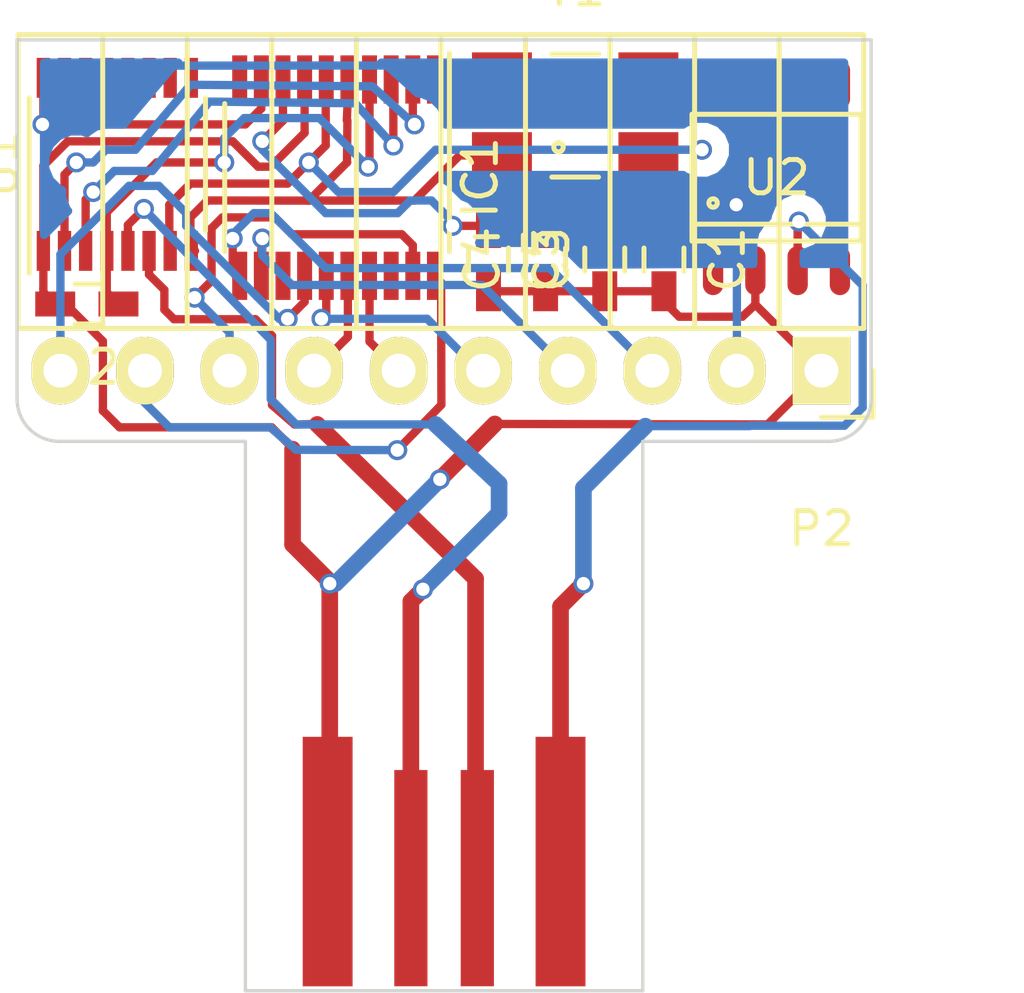
<source format=kicad_pcb>
(kicad_pcb (version 4) (host pcbnew "(2015-04-09 BZR 5589)-product")

  (general
    (links 35)
    (no_connects 0)
    (area 132.537999 99.009999 158.292001 127.685001)
    (thickness 1.6)
    (drawings 10)
    (tracks 282)
    (zones 0)
    (modules 11)
    (nets 20)
  )

  (page A4)
  (layers
    (0 F.Cu signal)
    (31 B.Cu signal)
    (32 B.Adhes user)
    (33 F.Adhes user)
    (34 B.Paste user)
    (35 F.Paste user)
    (36 B.SilkS user)
    (37 F.SilkS user hide)
    (38 B.Mask user)
    (39 F.Mask user)
    (40 Dwgs.User user)
    (41 Cmts.User user hide)
    (42 Eco1.User user)
    (43 Eco2.User user)
    (44 Edge.Cuts user)
    (45 Margin user)
    (46 B.CrtYd user)
    (47 F.CrtYd user)
    (48 B.Fab user)
    (49 F.Fab user)
  )

  (setup
    (last_trace_width 0.25)
    (user_trace_width 0.25)
    (user_trace_width 0.5)
    (trace_clearance 0.2)
    (zone_clearance 0.508)
    (zone_45_only no)
    (trace_min 0.2)
    (segment_width 0.2)
    (edge_width 0.1)
    (via_size 0.6)
    (via_drill 0.4)
    (via_min_size 0.4)
    (via_min_drill 0.3)
    (uvia_size 0.3)
    (uvia_drill 0.1)
    (uvias_allowed no)
    (uvia_min_size 0.2)
    (uvia_min_drill 0.1)
    (pcb_text_width 0.3)
    (pcb_text_size 1.5 1.5)
    (mod_edge_width 0.15)
    (mod_text_size 1 1)
    (mod_text_width 0.15)
    (pad_size 1.5 1.5)
    (pad_drill 0.6)
    (pad_to_mask_clearance 0)
    (aux_axis_origin 0 0)
    (visible_elements FFFFEF1F)
    (pcbplotparams
      (layerselection 0x00030_80000001)
      (usegerberextensions false)
      (excludeedgelayer true)
      (linewidth 0.100000)
      (plotframeref false)
      (viasonmask false)
      (mode 1)
      (useauxorigin false)
      (hpglpennumber 1)
      (hpglpenspeed 20)
      (hpglpendiameter 15)
      (hpglpenoverlay 2)
      (psnegative false)
      (psa4output false)
      (plotreference true)
      (plotvalue true)
      (plotinvisibletext false)
      (padsonsilk false)
      (subtractmaskfromsilk false)
      (outputformat 1)
      (mirror false)
      (drillshape 1)
      (scaleselection 1)
      (outputdirectory ""))
  )

  (net 0 "")
  (net 1 GND)
  (net 2 "Net-(C2-Pad1)")
  (net 3 "Net-(C3-Pad1)")
  (net 4 XO)
  (net 5 XI)
  (net 6 USB_TX)
  (net 7 USB_RX)
  (net 8 VCC)
  (net 9 SDA)
  (net 10 SCL)
  (net 11 SCK)
  (net 12 MOSI)
  (net 13 MISO)
  (net 14 G3)
  (net 15 TXD)
  (net 16 RXD)
  (net 17 +5V)
  (net 18 D+)
  (net 19 D-)

  (net_class Default "This is the default net class."
    (clearance 0.2)
    (trace_width 0.25)
    (via_dia 0.6)
    (via_drill 0.4)
    (uvia_dia 0.3)
    (uvia_drill 0.1)
    (add_net +5V)
    (add_net D+)
    (add_net D-)
    (add_net G3)
    (add_net GND)
    (add_net MISO)
    (add_net MOSI)
    (add_net "Net-(C2-Pad1)")
    (add_net "Net-(C3-Pad1)")
    (add_net RXD)
    (add_net SCK)
    (add_net SCL)
    (add_net SDA)
    (add_net TXD)
    (add_net USB_RX)
    (add_net USB_TX)
    (add_net VCC)
    (add_net XI)
    (add_net XO)
  )

  (net_class Wide ""
    (clearance 0.2)
    (trace_width 0.5)
    (via_dia 0.6)
    (via_drill 0.4)
    (uvia_dia 0.3)
    (uvia_drill 0.1)
  )

  (module Housings_SSOP:TSSOP-20_4.4x6.5mm_Pitch0.65mm (layer F.Cu) (tedit 54130A77) (tstamp 557FC695)
    (at 142.2 103.2 270)
    (descr "20-Lead Plastic Thin Shrink Small Outline (ST)-4.4 mm Body [TSSOP] (see Microchip Packaging Specification 00000049BS.pdf)")
    (tags "SSOP 0.65")
    (path /557FA4E7)
    (attr smd)
    (fp_text reference IC1 (at 0 -4.3 270) (layer F.SilkS)
      (effects (font (size 1 1) (thickness 0.15)))
    )
    (fp_text value STM8S003F3P (at 0 4.3 270) (layer F.Fab)
      (effects (font (size 1 1) (thickness 0.15)))
    )
    (fp_line (start -3.95 -3.55) (end -3.95 3.55) (layer F.CrtYd) (width 0.05))
    (fp_line (start 3.95 -3.55) (end 3.95 3.55) (layer F.CrtYd) (width 0.05))
    (fp_line (start -3.95 -3.55) (end 3.95 -3.55) (layer F.CrtYd) (width 0.05))
    (fp_line (start -3.95 3.55) (end 3.95 3.55) (layer F.CrtYd) (width 0.05))
    (fp_line (start -2.225 3.375) (end 2.225 3.375) (layer F.SilkS) (width 0.15))
    (fp_line (start -3.75 -3.375) (end 2.225 -3.375) (layer F.SilkS) (width 0.15))
    (pad 1 smd rect (at -2.95 -2.925 270) (size 1.45 0.45) (layers F.Cu F.Paste F.Mask))
    (pad 2 smd rect (at -2.95 -2.275 270) (size 1.45 0.45) (layers F.Cu F.Paste F.Mask)
      (net 6 USB_TX))
    (pad 3 smd rect (at -2.95 -1.625 270) (size 1.45 0.45) (layers F.Cu F.Paste F.Mask)
      (net 7 USB_RX))
    (pad 4 smd rect (at -2.95 -0.975 270) (size 1.45 0.45) (layers F.Cu F.Paste F.Mask)
      (net 2 "Net-(C2-Pad1)"))
    (pad 5 smd rect (at -2.95 -0.325 270) (size 1.45 0.45) (layers F.Cu F.Paste F.Mask)
      (net 4 XO))
    (pad 6 smd rect (at -2.95 0.325 270) (size 1.45 0.45) (layers F.Cu F.Paste F.Mask)
      (net 5 XI))
    (pad 7 smd rect (at -2.95 0.975 270) (size 1.45 0.45) (layers F.Cu F.Paste F.Mask)
      (net 1 GND))
    (pad 8 smd rect (at -2.95 1.625 270) (size 1.45 0.45) (layers F.Cu F.Paste F.Mask)
      (net 3 "Net-(C3-Pad1)"))
    (pad 9 smd rect (at -2.95 2.275 270) (size 1.45 0.45) (layers F.Cu F.Paste F.Mask)
      (net 8 VCC))
    (pad 10 smd rect (at -2.95 2.925 270) (size 1.45 0.45) (layers F.Cu F.Paste F.Mask))
    (pad 11 smd rect (at 2.95 2.925 270) (size 1.45 0.45) (layers F.Cu F.Paste F.Mask)
      (net 9 SDA))
    (pad 12 smd rect (at 2.95 2.275 270) (size 1.45 0.45) (layers F.Cu F.Paste F.Mask)
      (net 10 SCL))
    (pad 13 smd rect (at 2.95 1.625 270) (size 1.45 0.45) (layers F.Cu F.Paste F.Mask))
    (pad 14 smd rect (at 2.95 0.975 270) (size 1.45 0.45) (layers F.Cu F.Paste F.Mask)
      (net 14 G3))
    (pad 15 smd rect (at 2.95 0.325 270) (size 1.45 0.45) (layers F.Cu F.Paste F.Mask)
      (net 11 SCK))
    (pad 16 smd rect (at 2.95 -0.325 270) (size 1.45 0.45) (layers F.Cu F.Paste F.Mask)
      (net 12 MOSI))
    (pad 17 smd rect (at 2.95 -0.975 270) (size 1.45 0.45) (layers F.Cu F.Paste F.Mask)
      (net 13 MISO))
    (pad 18 smd rect (at 2.95 -1.625 270) (size 1.45 0.45) (layers F.Cu F.Paste F.Mask))
    (pad 19 smd rect (at 2.95 -2.275 270) (size 1.45 0.45) (layers F.Cu F.Paste F.Mask)
      (net 15 TXD))
    (pad 20 smd rect (at 2.95 -2.925 270) (size 1.45 0.45) (layers F.Cu F.Paste F.Mask)
      (net 16 RXD))
    (model Housings_SSOP.3dshapes/TSSOP-20_4.4x6.5mm_Pitch0.65mm.wrl
      (at (xyz 0 0 0))
      (scale (xyz 1 1 1))
      (rotate (xyz 0 0 0))
    )
  )

  (module Housings_SSOP:SSOP-16_3.9x4.9mm_Pitch0.635mm (layer F.Cu) (tedit 54130A77) (tstamp 557FC6A9)
    (at 135.6 102.8 90)
    (descr "SSOP16: plastic shrink small outline package; 16 leads; body width 3.9 mm; lead pitch 0.635; (see NXP SSOP-TSSOP-VSO-REFLOW.pdf and sot519-1_po.pdf)")
    (tags "SSOP 0.635")
    (path /557FBDB4)
    (attr smd)
    (fp_text reference U1 (at 0 -3.5 90) (layer F.SilkS)
      (effects (font (size 1 1) (thickness 0.15)))
    )
    (fp_text value CH340G (at 0 3.5 90) (layer F.Fab)
      (effects (font (size 1 1) (thickness 0.15)))
    )
    (fp_line (start -3.45 -2.75) (end -3.45 2.75) (layer F.CrtYd) (width 0.05))
    (fp_line (start 3.45 -2.75) (end 3.45 2.75) (layer F.CrtYd) (width 0.05))
    (fp_line (start -3.45 -2.75) (end 3.45 -2.75) (layer F.CrtYd) (width 0.05))
    (fp_line (start -3.45 2.75) (end 3.45 2.75) (layer F.CrtYd) (width 0.05))
    (fp_line (start -2 2.6475) (end 2 2.6475) (layer F.SilkS) (width 0.15))
    (fp_line (start -3.275 -2.6475) (end 2 -2.6475) (layer F.SilkS) (width 0.15))
    (pad 1 smd rect (at -2.6 -2.2225 90) (size 1.2 0.4) (layers F.Cu F.Paste F.Mask)
      (net 1 GND))
    (pad 2 smd rect (at -2.6 -1.5875 90) (size 1.2 0.4) (layers F.Cu F.Paste F.Mask)
      (net 6 USB_TX))
    (pad 3 smd rect (at -2.6 -0.9525 90) (size 1.2 0.4) (layers F.Cu F.Paste F.Mask)
      (net 7 USB_RX))
    (pad 4 smd rect (at -2.6 -0.3175 90) (size 1.2 0.4) (layers F.Cu F.Paste F.Mask)
      (net 2 "Net-(C2-Pad1)"))
    (pad 5 smd rect (at -2.6 0.3175 90) (size 1.2 0.4) (layers F.Cu F.Paste F.Mask)
      (net 18 D+))
    (pad 6 smd rect (at -2.6 0.9525 90) (size 1.2 0.4) (layers F.Cu F.Paste F.Mask)
      (net 19 D-))
    (pad 7 smd rect (at -2.6 1.5875 90) (size 1.2 0.4) (layers F.Cu F.Paste F.Mask)
      (net 5 XI))
    (pad 8 smd rect (at -2.6 2.2225 90) (size 1.2 0.4) (layers F.Cu F.Paste F.Mask)
      (net 4 XO))
    (pad 9 smd rect (at 2.6 2.2225 90) (size 1.2 0.4) (layers F.Cu F.Paste F.Mask))
    (pad 10 smd rect (at 2.6 1.5875 90) (size 1.2 0.4) (layers F.Cu F.Paste F.Mask))
    (pad 11 smd rect (at 2.6 0.9525 90) (size 1.2 0.4) (layers F.Cu F.Paste F.Mask))
    (pad 12 smd rect (at 2.6 0.3175 90) (size 1.2 0.4) (layers F.Cu F.Paste F.Mask))
    (pad 13 smd rect (at 2.6 -0.3175 90) (size 1.2 0.4) (layers F.Cu F.Paste F.Mask))
    (pad 14 smd rect (at 2.6 -0.9525 90) (size 1.2 0.4) (layers F.Cu F.Paste F.Mask))
    (pad 15 smd rect (at 2.6 -1.5875 90) (size 1.2 0.4) (layers F.Cu F.Paste F.Mask))
    (pad 16 smd rect (at 2.6 -2.2225 90) (size 1.2 0.4) (layers F.Cu F.Paste F.Mask)
      (net 8 VCC))
    (model Housings_SSOP.3dshapes/SSOP-16_3.9x4.9mm_Pitch0.635mm.wrl
      (at (xyz 0 0 0))
      (scale (xyz 1 1 1))
      (rotate (xyz 0 0 0))
    )
  )

  (module Crystals:Crystal_SMD_0603_4Pads (layer F.Cu) (tedit 0) (tstamp 557FC6B1)
    (at 149.352 101.3333)
    (descr "Crystal, Quarz, SMD, 0603, 4 Pads,")
    (tags "Crystal, Quarz, SMD, 0603, 4 Pads,")
    (path /557FB4E7)
    (attr smd)
    (fp_text reference Y1 (at 0 -3.81) (layer F.SilkS)
      (effects (font (size 1 1) (thickness 0.15)))
    )
    (fp_text value Crystal (at 0 3.81) (layer F.Fab)
      (effects (font (size 1 1) (thickness 0.15)))
    )
    (fp_circle (center 0 0) (end 0.50038 0) (layer F.Adhes) (width 0.381))
    (fp_circle (center 0 0) (end 0.14986 0) (layer F.Adhes) (width 0.381))
    (fp_circle (center -0.50038 0.94996) (end -0.39878 1.04902) (layer F.SilkS) (width 0.15))
    (fp_line (start 0.70104 1.84912) (end -0.70104 1.84912) (layer F.SilkS) (width 0.15))
    (fp_line (start -0.70104 -1.84912) (end 0.70104 -1.84912) (layer F.SilkS) (width 0.15))
    (pad 1 smd rect (at -2.19964 1.19888) (size 1.80086 1.39954) (layers F.Cu F.Paste F.Mask)
      (net 4 XO))
    (pad 2 smd rect (at 2.19964 1.19888) (size 1.80086 1.39954) (layers F.Cu F.Paste F.Mask)
      (net 5 XI))
    (pad 3 smd rect (at 2.19964 -1.19888) (size 1.80086 1.39954) (layers F.Cu F.Paste F.Mask))
    (pad 4 smd rect (at -2.19964 -1.19888) (size 1.80086 1.39954) (layers F.Cu F.Paste F.Mask))
  )

  (module Power_Integrations:SO-8 (layer F.Cu) (tedit 0) (tstamp 557FC761)
    (at 155.4 103.2)
    (descr "SO-8 Surface Mount Small Outline 150mil 8pin Package")
    (tags "Power Integrations D Package")
    (path /557FCB91)
    (fp_text reference U2 (at 0 0) (layer F.SilkS)
      (effects (font (size 1 1) (thickness 0.15)))
    )
    (fp_text value LM2931AZ-3.3/5.0 (at 0 0) (layer F.Fab)
      (effects (font (size 1 1) (thickness 0.15)))
    )
    (fp_circle (center -1.905 0.762) (end -1.778 0.762) (layer F.SilkS) (width 0.15))
    (fp_line (start -2.54 1.397) (end 2.54 1.397) (layer F.SilkS) (width 0.15))
    (fp_line (start -2.54 -1.905) (end 2.54 -1.905) (layer F.SilkS) (width 0.15))
    (fp_line (start -2.54 1.905) (end 2.54 1.905) (layer F.SilkS) (width 0.15))
    (fp_line (start -2.54 1.905) (end -2.54 -1.905) (layer F.SilkS) (width 0.15))
    (fp_line (start 2.54 1.905) (end 2.54 -1.905) (layer F.SilkS) (width 0.15))
    (pad 1 smd oval (at -1.905 2.794) (size 0.6096 1.4732) (layers F.Cu F.Paste F.Mask)
      (net 8 VCC))
    (pad 2 smd oval (at -0.635 2.794) (size 0.6096 1.4732) (layers F.Cu F.Paste F.Mask)
      (net 1 GND))
    (pad 3 smd oval (at 0.635 2.794) (size 0.6096 1.4732) (layers F.Cu F.Paste F.Mask)
      (net 17 +5V))
    (pad 4 smd oval (at 1.905 2.794) (size 0.6096 1.4732) (layers F.Cu F.Paste F.Mask))
    (pad 5 smd oval (at 1.905 -2.794) (size 0.6096 1.4732) (layers F.Cu F.Paste F.Mask))
    (pad 6 smd oval (at 0.635 -2.794) (size 0.6096 1.4732) (layers F.Cu F.Paste F.Mask))
    (pad 7 smd oval (at -0.635 -2.794) (size 0.6096 1.4732) (layers F.Cu F.Paste F.Mask))
    (pad 8 smd oval (at -1.905 -2.794) (size 0.6096 1.4732) (layers F.Cu F.Paste F.Mask))
  )

  (module Socket_Strips:Socket_Strip_Angled_1x10 (layer F.Cu) (tedit 0) (tstamp 557FCB79)
    (at 156.75 109 180)
    (descr "Through hole socket strip")
    (tags "socket strip")
    (path /557FD61A)
    (fp_text reference P2 (at 0 -4.75 180) (layer F.SilkS)
      (effects (font (size 1 1) (thickness 0.15)))
    )
    (fp_text value CONN_01X10 (at 0 -2.75 180) (layer F.Fab)
      (effects (font (size 1 1) (thickness 0.15)))
    )
    (fp_line (start -1.75 -1.5) (end -1.75 10.6) (layer F.CrtYd) (width 0.05))
    (fp_line (start 24.65 -1.5) (end 24.65 10.6) (layer F.CrtYd) (width 0.05))
    (fp_line (start -1.75 -1.5) (end 24.65 -1.5) (layer F.CrtYd) (width 0.05))
    (fp_line (start -1.75 10.6) (end 24.65 10.6) (layer F.CrtYd) (width 0.05))
    (fp_line (start 16.51 10.1) (end 16.51 1.27) (layer F.SilkS) (width 0.15))
    (fp_line (start 13.97 10.1) (end 16.51 10.1) (layer F.SilkS) (width 0.15))
    (fp_line (start 13.97 1.27) (end 16.51 1.27) (layer F.SilkS) (width 0.15))
    (fp_line (start 16.51 1.27) (end 19.05 1.27) (layer F.SilkS) (width 0.15))
    (fp_line (start 16.51 10.1) (end 19.05 10.1) (layer F.SilkS) (width 0.15))
    (fp_line (start 19.05 10.1) (end 19.05 1.27) (layer F.SilkS) (width 0.15))
    (fp_line (start 21.59 10.1) (end 21.59 1.27) (layer F.SilkS) (width 0.15))
    (fp_line (start 19.05 10.1) (end 21.59 10.1) (layer F.SilkS) (width 0.15))
    (fp_line (start 19.05 1.27) (end 21.59 1.27) (layer F.SilkS) (width 0.15))
    (fp_line (start 21.59 1.27) (end 24.13 1.27) (layer F.SilkS) (width 0.15))
    (fp_line (start 21.59 10.1) (end 24.13 10.1) (layer F.SilkS) (width 0.15))
    (fp_line (start 24.13 10.1) (end 24.13 1.27) (layer F.SilkS) (width 0.15))
    (fp_line (start 13.97 10.1) (end 13.97 1.27) (layer F.SilkS) (width 0.15))
    (fp_line (start 11.43 10.1) (end 13.97 10.1) (layer F.SilkS) (width 0.15))
    (fp_line (start 11.43 1.27) (end 13.97 1.27) (layer F.SilkS) (width 0.15))
    (fp_line (start 8.89 1.27) (end 11.43 1.27) (layer F.SilkS) (width 0.15))
    (fp_line (start 8.89 10.1) (end 11.43 10.1) (layer F.SilkS) (width 0.15))
    (fp_line (start 11.43 10.1) (end 11.43 1.27) (layer F.SilkS) (width 0.15))
    (fp_line (start 8.89 10.1) (end 8.89 1.27) (layer F.SilkS) (width 0.15))
    (fp_line (start 6.35 10.1) (end 8.89 10.1) (layer F.SilkS) (width 0.15))
    (fp_line (start 6.35 1.27) (end 8.89 1.27) (layer F.SilkS) (width 0.15))
    (fp_line (start 3.81 1.27) (end 6.35 1.27) (layer F.SilkS) (width 0.15))
    (fp_line (start 3.81 10.1) (end 6.35 10.1) (layer F.SilkS) (width 0.15))
    (fp_line (start 6.35 10.1) (end 6.35 1.27) (layer F.SilkS) (width 0.15))
    (fp_line (start 3.81 10.1) (end 3.81 1.27) (layer F.SilkS) (width 0.15))
    (fp_line (start 1.27 10.1) (end 3.81 10.1) (layer F.SilkS) (width 0.15))
    (fp_line (start 1.27 1.27) (end 1.27 10.1) (layer F.SilkS) (width 0.15))
    (fp_line (start 1.27 1.27) (end 3.81 1.27) (layer F.SilkS) (width 0.15))
    (fp_line (start -1.27 1.27) (end 1.27 1.27) (layer F.SilkS) (width 0.15))
    (fp_line (start 0 -1.4) (end -1.55 -1.4) (layer F.SilkS) (width 0.15))
    (fp_line (start -1.55 -1.4) (end -1.55 0) (layer F.SilkS) (width 0.15))
    (fp_line (start -1.27 1.27) (end -1.27 10.1) (layer F.SilkS) (width 0.15))
    (fp_line (start -1.27 10.1) (end 1.27 10.1) (layer F.SilkS) (width 0.15))
    (fp_line (start 1.27 10.1) (end 1.27 1.27) (layer F.SilkS) (width 0.15))
    (pad 1 thru_hole rect (at 0 0 180) (size 1.7272 2.032) (drill 1.016) (layers *.Cu *.Mask F.SilkS)
      (net 1 GND))
    (pad 2 thru_hole oval (at 2.54 0 180) (size 1.7272 2.032) (drill 1.016) (layers *.Cu *.Mask F.SilkS)
      (net 8 VCC))
    (pad 3 thru_hole oval (at 5.08 0 180) (size 1.7272 2.032) (drill 1.016) (layers *.Cu *.Mask F.SilkS)
      (net 9 SDA))
    (pad 4 thru_hole oval (at 7.62 0 180) (size 1.7272 2.032) (drill 1.016) (layers *.Cu *.Mask F.SilkS)
      (net 10 SCL))
    (pad 5 thru_hole oval (at 10.16 0 180) (size 1.7272 2.032) (drill 1.016) (layers *.Cu *.Mask F.SilkS)
      (net 11 SCK))
    (pad 6 thru_hole oval (at 12.7 0 180) (size 1.7272 2.032) (drill 1.016) (layers *.Cu *.Mask F.SilkS)
      (net 13 MISO))
    (pad 7 thru_hole oval (at 15.24 0 180) (size 1.7272 2.032) (drill 1.016) (layers *.Cu *.Mask F.SilkS)
      (net 12 MOSI))
    (pad 8 thru_hole oval (at 17.78 0 180) (size 1.7272 2.032) (drill 1.016) (layers *.Cu *.Mask F.SilkS)
      (net 15 TXD))
    (pad 9 thru_hole oval (at 20.32 0 180) (size 1.7272 2.032) (drill 1.016) (layers *.Cu *.Mask F.SilkS)
      (net 16 RXD))
    (pad 10 thru_hole oval (at 22.86 0 180) (size 1.7272 2.032) (drill 1.016) (layers *.Cu *.Mask F.SilkS)
      (net 14 G3))
    (model Socket_Strips.3dshapes/Socket_Strip_Angled_1x10.wrl
      (at (xyz 0.45 0 0))
      (scale (xyz 1 1 1))
      (rotate (xyz 0 0 180))
    )
  )

  (module Capacitors_SMD:C_0603_HandSoldering (layer F.Cu) (tedit 541A9B4D) (tstamp 557FCD00)
    (at 152.019 105.664 270)
    (descr "Capacitor SMD 0603, hand soldering")
    (tags "capacitor 0603")
    (path /558B5C2A)
    (attr smd)
    (fp_text reference C1 (at 0 -1.9 270) (layer F.SilkS)
      (effects (font (size 1 1) (thickness 0.15)))
    )
    (fp_text value C (at 0 1.9 270) (layer F.Fab)
      (effects (font (size 1 1) (thickness 0.15)))
    )
    (fp_line (start -1.85 -0.75) (end 1.85 -0.75) (layer F.CrtYd) (width 0.05))
    (fp_line (start -1.85 0.75) (end 1.85 0.75) (layer F.CrtYd) (width 0.05))
    (fp_line (start -1.85 -0.75) (end -1.85 0.75) (layer F.CrtYd) (width 0.05))
    (fp_line (start 1.85 -0.75) (end 1.85 0.75) (layer F.CrtYd) (width 0.05))
    (fp_line (start -0.35 -0.6) (end 0.35 -0.6) (layer F.SilkS) (width 0.15))
    (fp_line (start 0.35 0.6) (end -0.35 0.6) (layer F.SilkS) (width 0.15))
    (pad 1 smd rect (at -0.95 0 270) (size 1.2 0.75) (layers F.Cu F.Paste F.Mask)
      (net 8 VCC))
    (pad 2 smd rect (at 0.95 0 270) (size 1.2 0.75) (layers F.Cu F.Paste F.Mask)
      (net 1 GND))
    (model Capacitors_SMD.3dshapes/C_0603_HandSoldering.wrl
      (at (xyz 0 0 0))
      (scale (xyz 1 1 1))
      (rotate (xyz 0 0 0))
    )
  )

  (module Capacitors_SMD:C_0603_HandSoldering (layer F.Cu) (tedit 541A9B4D) (tstamp 557FCD05)
    (at 134.6835 106.9975 180)
    (descr "Capacitor SMD 0603, hand soldering")
    (tags "capacitor 0603")
    (path /557FB37B)
    (attr smd)
    (fp_text reference C2 (at 0 -1.9 180) (layer F.SilkS)
      (effects (font (size 1 1) (thickness 0.15)))
    )
    (fp_text value C (at 0 1.9 180) (layer F.Fab)
      (effects (font (size 1 1) (thickness 0.15)))
    )
    (fp_line (start -1.85 -0.75) (end 1.85 -0.75) (layer F.CrtYd) (width 0.05))
    (fp_line (start -1.85 0.75) (end 1.85 0.75) (layer F.CrtYd) (width 0.05))
    (fp_line (start -1.85 -0.75) (end -1.85 0.75) (layer F.CrtYd) (width 0.05))
    (fp_line (start 1.85 -0.75) (end 1.85 0.75) (layer F.CrtYd) (width 0.05))
    (fp_line (start -0.35 -0.6) (end 0.35 -0.6) (layer F.SilkS) (width 0.15))
    (fp_line (start 0.35 0.6) (end -0.35 0.6) (layer F.SilkS) (width 0.15))
    (pad 1 smd rect (at -0.95 0 180) (size 1.2 0.75) (layers F.Cu F.Paste F.Mask)
      (net 2 "Net-(C2-Pad1)"))
    (pad 2 smd rect (at 0.95 0 180) (size 1.2 0.75) (layers F.Cu F.Paste F.Mask)
      (net 1 GND))
    (model Capacitors_SMD.3dshapes/C_0603_HandSoldering.wrl
      (at (xyz 0 0 0))
      (scale (xyz 1 1 1))
      (rotate (xyz 0 0 0))
    )
  )

  (module Capacitors_SMD:C_0603_HandSoldering (layer F.Cu) (tedit 541A9B4D) (tstamp 557FCD0A)
    (at 146.7485 105.664 270)
    (descr "Capacitor SMD 0603, hand soldering")
    (tags "capacitor 0603")
    (path /557FA561)
    (attr smd)
    (fp_text reference C3 (at 0 -1.9 270) (layer F.SilkS)
      (effects (font (size 1 1) (thickness 0.15)))
    )
    (fp_text value C (at 0 1.9 270) (layer F.Fab)
      (effects (font (size 1 1) (thickness 0.15)))
    )
    (fp_line (start -1.85 -0.75) (end 1.85 -0.75) (layer F.CrtYd) (width 0.05))
    (fp_line (start -1.85 0.75) (end 1.85 0.75) (layer F.CrtYd) (width 0.05))
    (fp_line (start -1.85 -0.75) (end -1.85 0.75) (layer F.CrtYd) (width 0.05))
    (fp_line (start 1.85 -0.75) (end 1.85 0.75) (layer F.CrtYd) (width 0.05))
    (fp_line (start -0.35 -0.6) (end 0.35 -0.6) (layer F.SilkS) (width 0.15))
    (fp_line (start 0.35 0.6) (end -0.35 0.6) (layer F.SilkS) (width 0.15))
    (pad 1 smd rect (at -0.95 0 270) (size 1.2 0.75) (layers F.Cu F.Paste F.Mask)
      (net 3 "Net-(C3-Pad1)"))
    (pad 2 smd rect (at 0.95 0 270) (size 1.2 0.75) (layers F.Cu F.Paste F.Mask)
      (net 1 GND))
    (model Capacitors_SMD.3dshapes/C_0603_HandSoldering.wrl
      (at (xyz 0 0 0))
      (scale (xyz 1 1 1))
      (rotate (xyz 0 0 0))
    )
  )

  (module Capacitors_SMD:C_0603_HandSoldering (layer F.Cu) (tedit 541A9B4D) (tstamp 557FCD0F)
    (at 148.463 105.664 90)
    (descr "Capacitor SMD 0603, hand soldering")
    (tags "capacitor 0603")
    (path /557FB571)
    (attr smd)
    (fp_text reference C4 (at 0 -1.9 90) (layer F.SilkS)
      (effects (font (size 1 1) (thickness 0.15)))
    )
    (fp_text value C (at 0 1.9 90) (layer F.Fab)
      (effects (font (size 1 1) (thickness 0.15)))
    )
    (fp_line (start -1.85 -0.75) (end 1.85 -0.75) (layer F.CrtYd) (width 0.05))
    (fp_line (start -1.85 0.75) (end 1.85 0.75) (layer F.CrtYd) (width 0.05))
    (fp_line (start -1.85 -0.75) (end -1.85 0.75) (layer F.CrtYd) (width 0.05))
    (fp_line (start 1.85 -0.75) (end 1.85 0.75) (layer F.CrtYd) (width 0.05))
    (fp_line (start -0.35 -0.6) (end 0.35 -0.6) (layer F.SilkS) (width 0.15))
    (fp_line (start 0.35 0.6) (end -0.35 0.6) (layer F.SilkS) (width 0.15))
    (pad 1 smd rect (at -0.95 0 90) (size 1.2 0.75) (layers F.Cu F.Paste F.Mask)
      (net 1 GND))
    (pad 2 smd rect (at 0.95 0 90) (size 1.2 0.75) (layers F.Cu F.Paste F.Mask)
      (net 4 XO))
    (model Capacitors_SMD.3dshapes/C_0603_HandSoldering.wrl
      (at (xyz 0 0 0))
      (scale (xyz 1 1 1))
      (rotate (xyz 0 0 0))
    )
  )

  (module Capacitors_SMD:C_0603_HandSoldering (layer F.Cu) (tedit 541A9B4D) (tstamp 557FCD14)
    (at 150.241 105.664 90)
    (descr "Capacitor SMD 0603, hand soldering")
    (tags "capacitor 0603")
    (path /557FB5A3)
    (attr smd)
    (fp_text reference C5 (at 0 -1.9 90) (layer F.SilkS)
      (effects (font (size 1 1) (thickness 0.15)))
    )
    (fp_text value C (at 0 1.9 90) (layer F.Fab)
      (effects (font (size 1 1) (thickness 0.15)))
    )
    (fp_line (start -1.85 -0.75) (end 1.85 -0.75) (layer F.CrtYd) (width 0.05))
    (fp_line (start -1.85 0.75) (end 1.85 0.75) (layer F.CrtYd) (width 0.05))
    (fp_line (start -1.85 -0.75) (end -1.85 0.75) (layer F.CrtYd) (width 0.05))
    (fp_line (start 1.85 -0.75) (end 1.85 0.75) (layer F.CrtYd) (width 0.05))
    (fp_line (start -0.35 -0.6) (end 0.35 -0.6) (layer F.SilkS) (width 0.15))
    (fp_line (start 0.35 0.6) (end -0.35 0.6) (layer F.SilkS) (width 0.15))
    (pad 1 smd rect (at -0.95 0 90) (size 1.2 0.75) (layers F.Cu F.Paste F.Mask)
      (net 1 GND))
    (pad 2 smd rect (at 0.95 0 90) (size 1.2 0.75) (layers F.Cu F.Paste F.Mask)
      (net 5 XI))
    (model Capacitors_SMD.3dshapes/C_0603_HandSoldering.wrl
      (at (xyz 0 0 0))
      (scale (xyz 1 1 1))
      (rotate (xyz 0 0 0))
    )
  )

  (module usbpcb:USB-A-PCB (layer F.Cu) (tedit 558C9471) (tstamp 558CC891)
    (at 145.415 123.952 270)
    (descr "Card-edge USB A connector.")
    (path /557FD28F)
    (fp_text reference P1 (at 0 0 270) (layer Cmts.User) hide
      (effects (font (size 0 0) (thickness 0.000001)))
    )
    (fp_text value CONN_01X04 (at 0 0 270) (layer Eco1.User) hide
      (effects (font (size 0 0) (thickness 0.000001)))
    )
    (fp_text user >Name (at -0.4572 -4.8768 270) (layer Eco1.User)
      (effects (font (size 0.4064 0.4064) (thickness 0.03048)))
    )
    (fp_text user >Value (at -0.0508 5.2832 270) (layer Eco1.User)
      (effects (font (size 0.4064 0.4064) (thickness 0.03048)))
    )
    (fp_text user "Card edge" (at -6.858 -1.27 360) (layer Dwgs.User)
      (effects (font (size 1.016 1.016) (thickness 0.08128)))
    )
    (fp_line (start -4.99872 -5.99948) (end 3.69824 -5.99948) (layer Cmts.User) (width 0.127))
    (fp_line (start 3.69824 -5.99948) (end 3.69824 5.99948) (layer Cmts.User) (width 0.127))
    (fp_line (start 3.69824 5.99948) (end -4.99872 5.99948) (layer Cmts.User) (width 0.127))
    (fp_line (start -4.99872 5.99948) (end -4.99872 -5.99948) (layer Cmts.User) (width 0.127))
    (pad 4 smd rect (at -0.19812 3.49758 270) (size 7.49808 1.4986) (layers F.Cu F.Paste F.Mask)
      (net 1 GND))
    (pad 3 smd rect (at 0.29972 0.99822 270) (size 6.49986 0.99822) (layers F.Cu F.Paste F.Mask)
      (net 18 D+))
    (pad 2 smd rect (at 0.29972 -0.99822 270) (size 6.49986 0.99822) (layers F.Cu F.Paste F.Mask)
      (net 19 D-))
    (pad 1 smd rect (at -0.19812 -3.49758 270) (size 7.49808 1.4986) (layers F.Cu F.Paste F.Mask)
      (net 17 +5V))
  )

  (gr_line (start 132.588 99.06) (end 158.242 99.06) (angle 90) (layer Edge.Cuts) (width 0.1))
  (gr_line (start 133.858 111.125) (end 139.446 111.125) (angle 90) (layer Edge.Cuts) (width 0.1))
  (gr_line (start 151.384 111.125) (end 156.972 111.125) (angle 90) (layer Edge.Cuts) (width 0.1))
  (gr_line (start 158.242 109.855) (end 158.242 99.06) (angle 90) (layer Edge.Cuts) (width 0.1))
  (gr_line (start 132.588 109.855) (end 132.588 99.06) (angle 90) (layer Edge.Cuts) (width 0.1))
  (gr_arc (start 133.858 109.855) (end 133.858 111.125) (angle 90) (layer Edge.Cuts) (width 0.1))
  (gr_arc (start 156.972 109.855) (end 158.242 109.855) (angle 90) (layer Edge.Cuts) (width 0.1))
  (gr_line (start 139.446 127.635) (end 151.384 127.635) (angle 90) (layer Edge.Cuts) (width 0.1))
  (gr_line (start 151.384 127.635) (end 151.384 111.125) (angle 90) (layer Edge.Cuts) (width 0.1))
  (gr_line (start 139.446 111.125) (end 139.446 127.635) (angle 90) (layer Edge.Cuts) (width 0.1))

  (segment (start 133.3775 102.8425) (end 134.112 102.108) (width 0.25) (layer F.Cu) (net 1) (tstamp 558457E1))
  (segment (start 134.112 102.108) (end 134.747 102.108) (width 0.25) (layer F.Cu) (net 1) (tstamp 558457EA))
  (segment (start 133.3775 105.4) (end 133.3775 102.8425) (width 0.25) (layer F.Cu) (net 1))
  (segment (start 133.3775 105.4) (end 133.3775 106.5275) (width 0.25) (layer F.Cu) (net 1))
  (segment (start 139.065 102.108) (end 134.747 102.108) (width 0.25) (layer F.Cu) (net 1) (tstamp 558B8CE0))
  (segment (start 133.985 107.188) (end 133.9871 107.1859) (width 0.25) (layer F.Cu) (net 1) (tstamp 5581078C) (status 30))
  (segment (start 133.9871 107.1859) (end 134.0125 107.1605) (width 0.25) (layer F.Cu) (net 1) (tstamp 558138EE) (status 30))
  (segment (start 141.98 115.4) (end 142.156 115.4) (width 0.25) (layer B.Cu) (net 1))
  (segment (start 142.156 115.4) (end 145.288 112.268) (width 0.5) (layer B.Cu) (net 1) (tstamp 5585D3A1))
  (segment (start 155.133 110.617) (end 156.75 109) (width 0.25) (layer F.Cu) (net 1) (tstamp 55813955) (status 20))
  (segment (start 146.93903 110.601419) (end 155.133 110.617) (width 0.25) (layer F.Cu) (net 1) (tstamp 55813948))
  (segment (start 145.288 112.268) (end 146.93903 110.601419) (width 0.5) (layer F.Cu) (net 1) (tstamp 5585D3A8))
  (via (at 145.288 112.268) (size 0.6) (layers F.Cu B.Cu) (net 1))
  (segment (start 140.86332 111.35868) (end 140.86332 111.3282) (width 0.25) (layer F.Cu) (net 1))
  (segment (start 140.86332 114.2238) (end 140.86332 111.35868) (width 0.5) (layer F.Cu) (net 1) (tstamp 5582991D))
  (segment (start 141.98 115.34048) (end 140.86332 114.2238) (width 0.5) (layer F.Cu) (net 1) (tstamp 55829919))
  (segment (start 135.66648 110.70336) (end 135.1661 110.20298) (width 0.25) (layer F.Cu) (net 1) (tstamp 55829936))
  (segment (start 140.23848 110.70336) (end 135.66648 110.70336) (width 0.25) (layer F.Cu) (net 1) (tstamp 55829930))
  (segment (start 140.86332 111.3282) (end 140.23848 110.70336) (width 0.25) (layer F.Cu) (net 1) (tstamp 55829928))
  (segment (start 135.1661 110.20298) (end 135.1661 110.2106) (width 0.25) (layer F.Cu) (net 1) (tstamp 55829939))
  (segment (start 154.765 105.994) (end 154.765 107.015) (width 0.25) (layer F.Cu) (net 1) (status 10))
  (segment (start 154.765 107.015) (end 156.75 109) (width 0.25) (layer F.Cu) (net 1) (tstamp 557FCFE6) (status 20))
  (segment (start 139.954 102.87) (end 140.208 102.87) (width 0.25) (layer F.Cu) (net 1) (tstamp 558B8CD7))
  (segment (start 140.208 102.87) (end 141.225 101.853) (width 0.25) (layer F.Cu) (net 1) (tstamp 558457FD))
  (segment (start 141.225 101.853) (end 141.225 100.25) (width 0.25) (layer F.Cu) (net 1) (tstamp 55845801))
  (segment (start 133.797 107.061) (end 133.9965 107.061) (width 0.25) (layer F.Cu) (net 1) (status 30))
  (segment (start 150.241 106.614) (end 152.019 106.614) (width 0.25) (layer F.Cu) (net 1) (tstamp 558B83E7))
  (segment (start 148.463 106.614) (end 150.241 106.614) (width 0.25) (layer F.Cu) (net 1) (tstamp 558B83E6))
  (segment (start 146.685 106.614) (end 148.463 106.614) (width 0.25) (layer F.Cu) (net 1) (status 10))
  (segment (start 154.373218 107.378676) (end 152.47631 107.379806) (width 0.25) (layer F.Cu) (net 1) (tstamp 557FD0E0))
  (segment (start 154.765 107.015) (end 154.373218 107.378676) (width 0.25) (layer F.Cu) (net 1) (tstamp 557FD0DE))
  (segment (start 152.019 106.922496) (end 152.47631 107.379806) (width 0.25) (layer F.Cu) (net 1) (tstamp 558B83F3))
  (segment (start 152.019 106.614) (end 152.019 106.922496) (width 0.25) (layer F.Cu) (net 1))
  (segment (start 133.3775 106.6415) (end 133.797 107.061) (width 0.25) (layer F.Cu) (net 1) (tstamp 558B88FE))
  (segment (start 133.3775 106.5275) (end 133.3775 106.6415) (width 0.25) (layer F.Cu) (net 1))
  (segment (start 135.1661 108.1151) (end 135.1661 110.1598) (width 0.25) (layer F.Cu) (net 1) (tstamp 55813C94))
  (segment (start 135.1661 110.1598) (end 135.1661 110.20298) (width 0.25) (layer F.Cu) (net 1))
  (segment (start 134.112 107.061) (end 135.1661 108.1151) (width 0.25) (layer F.Cu) (net 1) (tstamp 558B8912))
  (segment (start 133.797 107.061) (end 134.112 107.061) (width 0.25) (layer F.Cu) (net 1))
  (segment (start 139.827 102.87) (end 139.065 102.108) (width 0.25) (layer F.Cu) (net 1) (tstamp 558B8CD9))
  (segment (start 139.954 102.87) (end 139.827 102.87) (width 0.25) (layer F.Cu) (net 1))
  (segment (start 142.156 115.4) (end 141.98 115.4) (width 0.25) (layer B.Cu) (net 1) (tstamp 558CC8B6))
  (segment (start 141.98 115.4) (end 142.156 115.4) (width 0.25) (layer B.Cu) (net 1) (tstamp 558CC8B5))
  (via (at 141.98 115.4) (size 0.6) (layers F.Cu B.Cu) (net 1))
  (segment (start 141.98 115.34048) (end 141.98 115.4) (width 0.25) (layer F.Cu) (net 1))
  (segment (start 141.98 123.6913) (end 141.91742 123.75388) (width 0.25) (layer F.Cu) (net 1) (tstamp 558CC8B9))
  (segment (start 141.98 115.4) (end 141.98 123.6913) (width 0.5) (layer F.Cu) (net 1))
  (segment (start 135.2825 105.4) (end 135.2825 106.6465) (width 0.25) (layer F.Cu) (net 2))
  (segment (start 143.2 100.275) (end 143.175 100.25) (width 0.25) (layer F.Cu) (net 2) (tstamp 557FD3FF) (status 30))
  (segment (start 135.2825 106.6465) (end 135.6335 106.9975) (width 0.25) (layer F.Cu) (net 2) (tstamp 558B8B0F))
  (segment (start 135.2825 104.2395) (end 136.779 102.743) (width 0.25) (layer F.Cu) (net 2) (tstamp 558B8DBA))
  (segment (start 136.779 102.743) (end 138.811 102.743) (width 0.25) (layer F.Cu) (net 2) (tstamp 558B8DBC))
  (via (at 138.811 102.743) (size 0.6) (layers F.Cu B.Cu) (net 2))
  (segment (start 135.2825 104.2395) (end 135.2825 105.4) (width 0.25) (layer F.Cu) (net 2))
  (segment (start 138.811 102.009479) (end 139.411407 101.409072) (width 0.25) (layer B.Cu) (net 2) (tstamp 558B9142))
  (segment (start 139.411407 101.409072) (end 141.668072 101.409072) (width 0.25) (layer B.Cu) (net 2) (tstamp 558B914A))
  (segment (start 141.668072 101.409072) (end 143.129 102.87) (width 0.25) (layer B.Cu) (net 2) (tstamp 558B914D))
  (via (at 143.129 102.87) (size 0.6) (layers F.Cu B.Cu) (net 2))
  (segment (start 143.129 102.87) (end 143.175 102.87) (width 0.25) (layer F.Cu) (net 2) (tstamp 558B9152))
  (segment (start 143.175 102.87) (end 143.175 100.25) (width 0.25) (layer F.Cu) (net 2) (tstamp 558B8DD5))
  (segment (start 138.811 102.743) (end 138.811 102.009479) (width 0.25) (layer B.Cu) (net 2))
  (segment (start 145.669 104.648) (end 145.671 104.65) (width 0.25) (layer F.Cu) (net 3) (tstamp 55860447))
  (segment (start 140.589 100.264) (end 140.575 100.25) (width 0.25) (layer F.Cu) (net 3) (tstamp 558602ED))
  (segment (start 146.6825 104.648) (end 146.7485 104.714) (width 0.25) (layer F.Cu) (net 3) (tstamp 558B8B12))
  (segment (start 145.669 104.648) (end 146.6825 104.648) (width 0.25) (layer F.Cu) (net 3))
  (segment (start 140.575 101.487) (end 139.954 102.108) (width 0.25) (layer F.Cu) (net 3) (tstamp 5586031D))
  (segment (start 140.575 100.25) (end 140.575 101.487) (width 0.25) (layer F.Cu) (net 3))
  (via (at 139.954 102.108) (size 0.6) (layers F.Cu B.Cu) (net 3))
  (segment (start 139.954 102.362) (end 141.859 104.267) (width 0.25) (layer B.Cu) (net 3) (tstamp 558B8DED))
  (segment (start 139.954 102.108) (end 139.954 102.362) (width 0.25) (layer B.Cu) (net 3))
  (segment (start 145.669 104.521) (end 145.034 103.886) (width 0.25) (layer B.Cu) (net 3) (tstamp 558B8EC4))
  (segment (start 145.034 103.886) (end 144.399 103.886) (width 0.25) (layer B.Cu) (net 3) (tstamp 558B8EC8))
  (segment (start 144.399 103.886) (end 144.018 104.267) (width 0.25) (layer B.Cu) (net 3) (tstamp 558B8ECC))
  (segment (start 144.018 104.267) (end 141.859 104.267) (width 0.25) (layer B.Cu) (net 3) (tstamp 558B8ED1))
  (via (at 145.669 104.648) (size 0.6) (layers F.Cu B.Cu) (net 3))
  (segment (start 145.669 104.648) (end 145.669 104.521) (width 0.25) (layer B.Cu) (net 3))
  (segment (start 138.303 103.886) (end 137.795 104.394) (width 0.25) (layer F.Cu) (net 4) (tstamp 55828FB0))
  (segment (start 141.350994 103.89024) (end 138.303 103.886) (width 0.25) (layer F.Cu) (net 4) (tstamp 55828FAC))
  (segment (start 137.795 105.3725) (end 137.795 104.394) (width 0.25) (layer F.Cu) (net 4))
  (segment (start 137.795 105.3725) (end 137.8225 105.4) (width 0.25) (layer F.Cu) (net 4) (tstamp 5585D171))
  (segment (start 137.8225 105.4) (end 137.932 105.4) (width 0.25) (layer F.Cu) (net 4))
  (segment (start 142.49823 102.743047) (end 142.510739 101.489739) (width 0.25) (layer F.Cu) (net 4))
  (segment (start 142.510739 101.489739) (end 142.494 101.473) (width 0.25) (layer F.Cu) (net 4) (tstamp 5585D198))
  (segment (start 142.503197 102.7381) (end 142.49823 102.743047) (width 0.25) (layer F.Cu) (net 4) (tstamp 55828FA8))
  (segment (start 141.353117 103.888117) (end 141.350994 103.89024) (width 0.25) (layer F.Cu) (net 4) (tstamp 558B9077))
  (segment (start 142.49823 102.743047) (end 141.353117 103.888117) (width 0.25) (layer F.Cu) (net 4) (tstamp 5585D196))
  (segment (start 142.494 101.473) (end 142.5448 100.2698) (width 0.25) (layer F.Cu) (net 4) (status 20))
  (segment (start 142.5448 100.2698) (end 142.525 100.25) (width 0.25) (layer F.Cu) (net 4) (tstamp 558284A4) (status 30))
  (segment (start 147.15236 102.53218) (end 146.70278 102.53218) (width 0.25) (layer F.Cu) (net 4))
  (segment (start 148.463 104.714) (end 148.7435 104.714) (width 0.25) (layer F.Cu) (net 4) (status 30))
  (segment (start 147.15236 102.53218) (end 147.15088 102.53218) (width 0.25) (layer F.Cu) (net 4) (status 30))
  (segment (start 148.463 103.84282) (end 147.15236 102.53218) (width 0.25) (layer F.Cu) (net 4) (tstamp 558B8386))
  (segment (start 148.463 104.714) (end 148.463 103.84282) (width 0.25) (layer F.Cu) (net 4))
  (segment (start 144.523883 103.888117) (end 145.87982 102.53218) (width 0.25) (layer F.Cu) (net 4) (tstamp 558B9079))
  (segment (start 145.87982 102.53218) (end 147.15236 102.53218) (width 0.25) (layer F.Cu) (net 4) (tstamp 558B9085))
  (segment (start 141.353117 103.888117) (end 144.523883 103.888117) (width 0.25) (layer F.Cu) (net 4))
  (segment (start 137.162517 105.375017) (end 137.160215 104.013) (width 0.25) (layer F.Cu) (net 5))
  (segment (start 137.795 103.378) (end 140.716 103.378) (width 0.25) (layer F.Cu) (net 5) (tstamp 5585CE95))
  (segment (start 137.160215 104.013) (end 137.795 103.378) (width 0.25) (layer F.Cu) (net 5) (tstamp 5585CE91))
  (segment (start 137.162517 105.375017) (end 137.1875 105.4) (width 0.25) (layer F.Cu) (net 5) (tstamp 5585D12E))
  (segment (start 151.72182 102.362) (end 153.162 102.362) (width 0.25) (layer F.Cu) (net 5))
  (via (at 153.162 102.362) (size 0.6) (layers F.Cu B.Cu) (net 5))
  (segment (start 151.72182 102.362) (end 151.55164 102.53218) (width 0.25) (layer F.Cu) (net 5) (tstamp 558608F6))
  (segment (start 140.716 103.378) (end 140.97 103.124) (width 0.25) (layer F.Cu) (net 5) (tstamp 5585CE99))
  (segment (start 151.84882 102.235) (end 151.55164 102.53218) (width 0.25) (layer F.Cu) (net 5) (tstamp 5585D096))
  (segment (start 140.97 103.124) (end 141.351 102.743) (width 0.25) (layer F.Cu) (net 5))
  (segment (start 141.351 102.743) (end 141.859 102.235) (width 0.25) (layer F.Cu) (net 5) (tstamp 558B8F10))
  (segment (start 141.859 102.235) (end 141.859 100.266) (width 0.25) (layer F.Cu) (net 5) (tstamp 5585CEB4))
  (segment (start 141.859 100.266) (end 141.875 100.25) (width 0.25) (layer F.Cu) (net 5) (tstamp 5585CEB6))
  (segment (start 140.964257 103.134625) (end 140.964257 103.129743) (width 0.25) (layer F.Cu) (net 5))
  (segment (start 140.964257 103.129743) (end 140.97 103.124) (width 0.25) (layer F.Cu) (net 5) (tstamp 55823EC6))
  (segment (start 150.241 104.714) (end 150.241 104.3916) (width 0.25) (layer F.Cu) (net 5) (status 30))
  (segment (start 150.241 103.84282) (end 151.55164 102.53218) (width 0.25) (layer F.Cu) (net 5) (tstamp 558B8394))
  (segment (start 150.241 104.714) (end 150.241 103.84282) (width 0.25) (layer F.Cu) (net 5))
  (segment (start 142.24 103.632) (end 141.351 102.743) (width 0.25) (layer B.Cu) (net 5) (tstamp 558B8F13))
  (segment (start 142.24 103.632) (end 143.891 103.632) (width 0.25) (layer B.Cu) (net 5) (tstamp 558B8F14))
  (segment (start 143.891 103.632) (end 145.161 102.362) (width 0.25) (layer B.Cu) (net 5) (tstamp 558B8F19))
  (segment (start 153.162 102.362) (end 145.161 102.362) (width 0.25) (layer B.Cu) (net 5) (tstamp 558B8F24))
  (via (at 141.351 102.743) (size 0.6) (layers F.Cu B.Cu) (net 5))
  (segment (start 144.526 100.301) (end 144.475 100.25) (width 0.25) (layer F.Cu) (net 6) (tstamp 55860389))
  (segment (start 143.254998 100.452042) (end 144.526 101.6) (width 0.25) (layer B.Cu) (net 6) (tstamp 558B90A7))
  (via (at 144.526 101.6) (size 0.6) (layers F.Cu B.Cu) (net 6))
  (segment (start 144.526 101.6) (end 144.475 101.549) (width 0.25) (layer F.Cu) (net 6) (tstamp 558B90AD))
  (segment (start 144.475 101.549) (end 144.475 100.25) (width 0.25) (layer F.Cu) (net 6) (tstamp 558B90AE))
  (segment (start 134.366 102.743) (end 134.874 102.743) (width 0.25) (layer B.Cu) (net 6))
  (segment (start 134.874 102.743) (end 135.255 102.362) (width 0.25) (layer B.Cu) (net 6) (tstamp 5585CF56))
  (segment (start 135.255 102.362) (end 136.144 102.362) (width 0.25) (layer B.Cu) (net 6) (tstamp 5585CF63))
  (segment (start 136.144 102.362) (end 137.796499 100.408366) (width 0.25) (layer B.Cu) (net 6) (tstamp 5585CF66))
  (segment (start 137.796499 100.408366) (end 143.255829 100.454951) (width 0.25) (layer B.Cu) (net 6) (tstamp 5585CF6B))
  (segment (start 134.0125 103.1092) (end 134.366 102.743) (width 0.25) (layer F.Cu) (net 6) (tstamp 5584B74D))
  (via (at 134.366 102.743) (size 0.6) (layers F.Cu B.Cu) (net 6))
  (segment (start 134.0125 105.4) (end 134.0125 103.1092) (width 0.25) (layer F.Cu) (net 6))
  (segment (start 143.891 102.235) (end 143.891 100.316) (width 0.25) (layer F.Cu) (net 7))
  (segment (start 143.891 100.316) (end 143.825 100.25) (width 0.25) (layer F.Cu) (net 7) (tstamp 5585CF2C))
  (segment (start 143.8885 102.2325) (end 143.891 102.235) (width 0.25) (layer F.Cu) (net 7) (tstamp 55823A06))
  (segment (start 142.748 100.965) (end 138.367678 100.913676) (width 0.25) (layer B.Cu) (net 7) (tstamp 558B90C6))
  (segment (start 134.6475 103.8585) (end 134.874 103.632) (width 0.25) (layer F.Cu) (net 7) (tstamp 5584B782))
  (segment (start 135.509 102.997) (end 134.874 103.632) (width 0.25) (layer B.Cu) (net 7) (tstamp 55823A7E))
  (via (at 134.874 103.632) (size 0.6) (layers F.Cu B.Cu) (net 7))
  (segment (start 136.652 102.997) (end 135.509 102.997) (width 0.25) (layer B.Cu) (net 7) (tstamp 55823A76))
  (segment (start 134.6475 103.8585) (end 134.6475 105.4) (width 0.25) (layer F.Cu) (net 7))
  (segment (start 136.652 102.997) (end 138.367678 100.913676) (width 0.25) (layer B.Cu) (net 7))
  (via (at 143.891 102.235) (size 0.6) (layers F.Cu B.Cu) (net 7))
  (segment (start 143.891 102.235) (end 142.748 100.965) (width 0.25) (layer B.Cu) (net 7))
  (segment (start 154.1907 104.013) (end 154.1907 104.0003) (width 0.25) (layer B.Cu) (net 8))
  (segment (start 155.575 102.616) (end 155.575 101.092) (width 0.25) (layer B.Cu) (net 8) (tstamp 5586087E))
  (segment (start 154.1907 104.0003) (end 155.575 102.616) (width 0.25) (layer B.Cu) (net 8) (tstamp 55860877))
  (segment (start 139.925 100.25) (end 139.925 101.121) (width 0.25) (layer F.Cu) (net 8))
  (segment (start 139.925 101.121) (end 139.446 101.6) (width 0.25) (layer F.Cu) (net 8) (tstamp 5585CE11))
  (segment (start 153.495 105.994) (end 153.495 104.7087) (width 0.25) (layer F.Cu) (net 8))
  (segment (start 154.2288 104.0384) (end 154.21 104.0384) (width 0.25) (layer B.Cu) (net 8) (tstamp 55823E92))
  (segment (start 154.2227 104.0323) (end 154.2288 104.0384) (width 0.25) (layer B.Cu) (net 8) (tstamp 55823E91))
  (segment (start 154.21 104.0323) (end 154.2227 104.0323) (width 0.25) (layer B.Cu) (net 8) (tstamp 55823E90))
  (segment (start 154.1907 104.013) (end 154.21 104.0323) (width 0.25) (layer B.Cu) (net 8) (tstamp 55823E8F))
  (via (at 154.1907 104.013) (size 0.6) (layers F.Cu B.Cu) (net 8))
  (segment (start 153.495 104.7087) (end 154.1907 104.013) (width 0.25) (layer F.Cu) (net 8) (tstamp 55823E8B))
  (segment (start 154.21 104.0384) (end 154.21 105.1499) (width 0.25) (layer B.Cu) (net 8) (tstamp 55823E93))
  (segment (start 154.21 105.1499) (end 154.21 109) (width 0.25) (layer B.Cu) (net 8) (tstamp 55813788) (status 20))
  (segment (start 152.215 104.714) (end 153.495 105.994) (width 0.25) (layer F.Cu) (net 8) (tstamp 558B83A1))
  (segment (start 152.019 104.714) (end 152.215 104.714) (width 0.25) (layer F.Cu) (net 8))
  (segment (start 155.575 101.092) (end 154.305485 99.822485) (width 0.25) (layer B.Cu) (net 8) (tstamp 55860881))
  (segment (start 135.1153 99.8347) (end 154.305485 99.822485) (width 0.25) (layer B.Cu) (net 8) (tstamp 55823AC4))
  (via (at 133.35 101.6) (size 0.6) (layers F.Cu B.Cu) (net 8))
  (segment (start 133.35 101.6) (end 135.1153 99.8347) (width 0.25) (layer B.Cu) (net 8) (tstamp 5585CE00))
  (segment (start 139.446 101.6) (end 133.35 101.6) (width 0.25) (layer F.Cu) (net 8) (tstamp 5585CE17))
  (segment (start 133.3775 100.2) (end 133.3775 101.5725) (width 0.25) (layer F.Cu) (net 8))
  (segment (start 133.3775 101.5725) (end 133.35 101.6) (width 0.25) (layer F.Cu) (net 8) (tstamp 5585CDF5))
  (segment (start 139.065 105.029) (end 139.065 104.902) (width 0.25) (layer B.Cu) (net 9))
  (segment (start 148.588 105.918) (end 151.67 109) (width 0.25) (layer B.Cu) (net 9) (tstamp 558603DE) (status 20))
  (segment (start 141.859 105.918) (end 148.588 105.918) (width 0.25) (layer B.Cu) (net 9) (tstamp 558603DB))
  (segment (start 140.208 104.267) (end 141.859 105.918) (width 0.25) (layer B.Cu) (net 9) (tstamp 558603D4))
  (segment (start 139.7 104.267) (end 140.208 104.267) (width 0.25) (layer B.Cu) (net 9) (tstamp 558603D1))
  (segment (start 139.065 104.902) (end 139.7 104.267) (width 0.25) (layer B.Cu) (net 9) (tstamp 558603D0))
  (segment (start 139.065 105.94) (end 139.065 105.029) (width 0.25) (layer F.Cu) (net 9))
  (via (at 139.065 105.029) (size 0.6) (layers F.Cu B.Cu) (net 9))
  (segment (start 139.065 105.029) (end 139.065237 105.028763) (width 0.25) (layer B.Cu) (net 9) (tstamp 55828FC3))
  (segment (start 139.065 105.94) (end 139.275 106.15) (width 0.25) (layer F.Cu) (net 9) (tstamp 5585D206))
  (segment (start 139.1505 106.15) (end 139.275 106.15) (width 0.25) (layer F.Cu) (net 9) (tstamp 55827B45) (status 30))
  (segment (start 139.954 105.029) (end 139.954 105.537) (width 0.25) (layer B.Cu) (net 10))
  (segment (start 139.925 105.058) (end 139.954 105.029) (width 0.25) (layer F.Cu) (net 10) (tstamp 5585D213))
  (segment (start 139.925 106.15) (end 139.925 105.058) (width 0.25) (layer F.Cu) (net 10))
  (via (at 139.954 105.029) (size 0.6) (layers F.Cu B.Cu) (net 10))
  (segment (start 146.556 106.426) (end 149.13 109) (width 0.25) (layer B.Cu) (net 10) (tstamp 558603BC) (status 20))
  (segment (start 140.843 106.426) (end 146.556 106.426) (width 0.25) (layer B.Cu) (net 10) (tstamp 558603B6))
  (segment (start 139.954 105.537) (end 140.843 106.426) (width 0.25) (layer B.Cu) (net 10) (tstamp 558603B1))
  (segment (start 149.0472 108.9172) (end 149.13 109) (width 0.25) (layer B.Cu) (net 10) (tstamp 55813B12) (status 30))
  (segment (start 141.875 106.15) (end 141.875 107.299) (width 0.25) (layer F.Cu) (net 11))
  (segment (start 144.907 107.442) (end 146.465 109) (width 0.25) (layer B.Cu) (net 11) (tstamp 5585FFA9) (status 20))
  (via (at 141.732 107.442) (size 0.6) (layers F.Cu B.Cu) (net 11))
  (segment (start 141.875 107.299) (end 141.732 107.442) (width 0.25) (layer F.Cu) (net 11) (tstamp 5585FFA4))
  (segment (start 146.465 109) (end 146.59 109) (width 0.25) (layer B.Cu) (net 11) (tstamp 5585FFAC) (status 30))
  (segment (start 146.42592 108.83592) (end 146.59 109) (width 0.25) (layer B.Cu) (net 11) (tstamp 558296CF) (status 30))
  (segment (start 146.5453 108.9553) (end 146.59 109) (width 0.25) (layer B.Cu) (net 11) (tstamp 55813B44) (status 30))
  (segment (start 141.732 107.442) (end 144.907 107.442) (width 0.25) (layer B.Cu) (net 11) (tstamp 5585FFA8))
  (segment (start 142.525 106.15) (end 142.525 107.985) (width 0.25) (layer F.Cu) (net 12) (status 10))
  (segment (start 142.525 107.985) (end 141.51 109) (width 0.25) (layer F.Cu) (net 12) (tstamp 557FD12B) (status 20))
  (segment (start 143.175 106.15) (end 143.175 108.125) (width 0.25) (layer F.Cu) (net 13) (status 10))
  (segment (start 143.175 108.125) (end 144.05 109) (width 0.25) (layer F.Cu) (net 13) (tstamp 557FD128) (status 20))
  (segment (start 141.225 106.15) (end 141.225 106.933) (width 0.25) (layer F.Cu) (net 14))
  (segment (start 140.716 107.442) (end 140.462 107.442) (width 0.25) (layer B.Cu) (net 14) (tstamp 55860050))
  (via (at 140.716 107.442) (size 0.6) (layers F.Cu B.Cu) (net 14))
  (segment (start 141.225 106.933) (end 140.716 107.442) (width 0.25) (layer F.Cu) (net 14) (tstamp 5586004C))
  (segment (start 133.89 109) (end 133.89 105.505) (width 0.25) (layer B.Cu) (net 14) (status 10))
  (segment (start 137.668 104.648) (end 140.462 107.442) (width 0.25) (layer B.Cu) (net 14) (tstamp 5586003F))
  (segment (start 137.668 104.267) (end 137.668 104.648) (width 0.25) (layer B.Cu) (net 14) (tstamp 5586003D))
  (segment (start 136.848002 103.447002) (end 137.668 104.267) (width 0.25) (layer B.Cu) (net 14) (tstamp 55860037))
  (segment (start 135.947998 103.447002) (end 136.848002 103.447002) (width 0.25) (layer B.Cu) (net 14) (tstamp 55860034))
  (segment (start 133.89 105.505) (end 135.947998 103.447002) (width 0.25) (layer B.Cu) (net 14) (tstamp 55860031))
  (segment (start 134.112 109.222) (end 133.89 109) (width 0.25) (layer B.Cu) (net 14) (tstamp 55813D40) (status 30))
  (segment (start 138.43 106.299) (end 138.43 104.717613) (width 0.25) (layer F.Cu) (net 15) (tstamp 5585FFF6))
  (segment (start 144.145 104.902) (end 144.475 105.232) (width 0.25) (layer F.Cu) (net 15) (tstamp 5586000D))
  (segment (start 140.843 104.902) (end 144.145 104.902) (width 0.25) (layer F.Cu) (net 15) (tstamp 5586000A))
  (segment (start 140.335 104.394) (end 140.843 104.902) (width 0.25) (layer F.Cu) (net 15) (tstamp 55860008))
  (segment (start 138.753613 104.394) (end 140.335 104.394) (width 0.25) (layer F.Cu) (net 15) (tstamp 5585FFFD))
  (segment (start 138.43 104.717613) (end 138.753613 104.394) (width 0.25) (layer F.Cu) (net 15) (tstamp 5585FFFC))
  (segment (start 138.97 109) (end 138.97 107.855) (width 0.25) (layer B.Cu) (net 15) (status 10))
  (segment (start 144.475 105.232) (end 144.475 106.15) (width 0.25) (layer F.Cu) (net 15) (tstamp 55860011))
  (segment (start 137.922 106.807) (end 138.43 106.299) (width 0.25) (layer F.Cu) (net 15) (tstamp 5585FFF5))
  (via (at 137.922 106.807) (size 0.6) (layers F.Cu B.Cu) (net 15))
  (segment (start 138.97 107.855) (end 137.922 106.807) (width 0.25) (layer B.Cu) (net 15) (tstamp 5585FFEF))
  (segment (start 138.97 109) (end 139.3276 109) (width 0.25) (layer B.Cu) (net 15) (status 30))
  (segment (start 138.97 109.66856) (end 138.97 109) (width 0.25) (layer B.Cu) (net 15) (tstamp 55828B25) (status 30))
  (segment (start 138.97 109) (end 139.1707 109) (width 0.25) (layer B.Cu) (net 15) (status 30))
  (segment (start 138.97 108.998) (end 138.97 109) (width 0.25) (layer B.Cu) (net 15) (tstamp 5581304C) (status 30))
  (segment (start 139.353 109) (end 138.97 109) (width 0.25) (layer B.Cu) (net 15) (tstamp 55838013) (status 30))
  (via (at 144.007892 111.389108) (size 0.6) (layers F.Cu B.Cu) (net 16))
  (segment (start 144.007892 111.389108) (end 144.018 111.379) (width 0.25) (layer F.Cu) (net 16) (tstamp 558600DC))
  (segment (start 144.007892 111.389108) (end 140.970423 111.379001) (width 0.25) (layer B.Cu) (net 16) (tstamp 5582995A))
  (segment (start 136.43 109.97336) (end 137.16 110.70336) (width 0.25) (layer B.Cu) (net 16) (tstamp 5582994D) (status 10))
  (segment (start 140.19276 110.70336) (end 140.970423 111.379001) (width 0.25) (layer B.Cu) (net 16) (tstamp 55829951))
  (segment (start 137.16 110.70336) (end 140.19276 110.70336) (width 0.25) (layer B.Cu) (net 16) (tstamp 5582994E))
  (segment (start 144.018 111.379) (end 145.333464 110.027168) (width 0.25) (layer F.Cu) (net 16) (tstamp 55828822))
  (segment (start 145.3261 106.3511) (end 145.333464 110.027168) (width 0.25) (layer F.Cu) (net 16) (tstamp 55828825) (status 20))
  (segment (start 136.43 109) (end 136.43 109.97336) (width 0.25) (layer B.Cu) (net 16) (status 30))
  (segment (start 145.3261 106.3511) (end 145.125 106.15) (width 0.25) (layer F.Cu) (net 16) (tstamp 5582882A) (status 30))
  (segment (start 136.6 108.83) (end 136.43 109) (width 0.25) (layer B.Cu) (net 16) (tstamp 557FD5B9) (status 30))
  (segment (start 154.5971 110.6551) (end 157.4419 110.6551) (width 0.25) (layer B.Cu) (net 17))
  (segment (start 157.4419 110.6551) (end 157.988 110.109) (width 0.25) (layer B.Cu) (net 17) (tstamp 558D7EBF))
  (segment (start 157.988 110.109) (end 157.988 106.4387) (width 0.25) (layer B.Cu) (net 17) (tstamp 558D7EC1))
  (segment (start 157.988 106.4387) (end 156.0703 104.521) (width 0.25) (layer B.Cu) (net 17) (tstamp 558D7EC8))
  (segment (start 149.6 115.4) (end 148.91258 116.08742) (width 0.5) (layer F.Cu) (net 17) (tstamp 558CC8AE))
  (segment (start 148.91258 116.08742) (end 148.91258 123.75388) (width 0.5) (layer F.Cu) (net 17) (tstamp 558CC8AF))
  (segment (start 156.035 104.5563) (end 156.0703 104.521) (width 0.25) (layer F.Cu) (net 17) (tstamp 5581379E))
  (segment (start 156.035 105.994) (end 156.035 104.5563) (width 0.25) (layer F.Cu) (net 17))
  (via (at 156.0703 104.521) (size 0.6) (layers F.Cu B.Cu) (net 17))
  (segment (start 154.5971 110.6551) (end 154.5844 110.6678) (width 0.25) (layer B.Cu) (net 17) (tstamp 558D7EBD))
  (segment (start 154.5844 110.6678) (end 151.4602 110.6678) (width 0.25) (layer B.Cu) (net 17) (tstamp 558137AF))
  (segment (start 151.4602 110.6678) (end 149.6 112.528) (width 0.5) (layer B.Cu) (net 17) (tstamp 558137B2))
  (segment (start 149.6 112.528) (end 149.6 115.4) (width 0.5) (layer B.Cu) (net 17) (tstamp 558137B8))
  (via (at 149.6 115.4) (size 0.6) (layers F.Cu B.Cu) (net 17))
  (segment (start 144.52 124.1485) (end 144.41678 124.25172) (width 0.25) (layer F.Cu) (net 18) (tstamp 558CC8A3))
  (segment (start 136.398 104.14) (end 136.398 104.14) (width 0.25) (layer B.Cu) (net 18))
  (segment (start 135.9175 105.4) (end 135.9175 104.6205) (width 0.25) (layer F.Cu) (net 18) (tstamp 558B89DF))
  (segment (start 135.9175 104.6205) (end 136.398 104.14) (width 0.25) (layer F.Cu) (net 18) (tstamp 558B89DE))
  (via (at 136.398 104.14) (size 0.6) (layers F.Cu B.Cu) (net 18))
  (segment (start 144.41678 115.93322) (end 144.78 115.57) (width 0.5) (layer F.Cu) (net 18) (tstamp 558CCC49))
  (segment (start 147.066 112.395) (end 147.066 113.284) (width 0.5) (layer B.Cu) (net 18))
  (via (at 144.78 115.57) (size 0.6) (layers F.Cu B.Cu) (net 18))
  (segment (start 147.066 113.284) (end 144.78 115.57) (width 0.5) (layer B.Cu) (net 18) (tstamp 558CC9BD))
  (segment (start 147.066 112.395) (end 145.161 110.617) (width 0.5) (layer B.Cu) (net 18) (tstamp 5585D636))
  (segment (start 145.161 110.617) (end 140.97 110.617) (width 0.25) (layer B.Cu) (net 18) (tstamp 5585D637))
  (segment (start 140.97 110.617) (end 140.208 109.855) (width 0.25) (layer B.Cu) (net 18) (tstamp 5585D63C))
  (segment (start 140.208 109.855) (end 140.208 108.077) (width 0.25) (layer B.Cu) (net 18) (tstamp 5585D63F))
  (segment (start 140.208 108.077) (end 136.398 104.14) (width 0.25) (layer B.Cu) (net 18) (tstamp 5584BBFD))
  (segment (start 144.41678 124.25172) (end 144.41678 115.93322) (width 0.5) (layer F.Cu) (net 18))
  (segment (start 137.01268 106.57332) (end 137.01268 107.16768) (width 0.25) (layer F.Cu) (net 19))
  (segment (start 137.2997 107.4547) (end 137.89406 107.4547) (width 0.25) (layer F.Cu) (net 19) (tstamp 5585D588))
  (segment (start 137.01268 107.16768) (end 137.2997 107.4547) (width 0.25) (layer F.Cu) (net 19) (tstamp 5585D587))
  (segment (start 139.7508 107.4547) (end 140.2461 107.95) (width 0.25) (layer F.Cu) (net 19) (tstamp 558288C7))
  (segment (start 137.89406 107.4547) (end 139.7508 107.4547) (width 0.25) (layer F.Cu) (net 19) (tstamp 5582915D))
  (segment (start 136.5525 106.1106) (end 136.5525 106.11314) (width 0.25) (layer F.Cu) (net 19))
  (segment (start 136.5525 105.4) (end 136.5525 106.1106) (width 0.25) (layer F.Cu) (net 19) (tstamp 558287E6))
  (segment (start 136.5525 106.11314) (end 137.01268 106.57332) (width 0.25) (layer F.Cu) (net 19) (tstamp 5582915C))
  (segment (start 140.97 110.617) (end 140.9192 110.617) (width 0.25) (layer F.Cu) (net 19) (tstamp 558287DD))
  (segment (start 140.2461 107.95) (end 140.2461 110.0328) (width 0.25) (layer F.Cu) (net 19) (tstamp 558288C9))
  (segment (start 140.2461 110.0328) (end 140.9192 110.617) (width 0.25) (layer F.Cu) (net 19) (tstamp 558288CD))
  (segment (start 140.97 110.617) (end 141.604654 110.602187) (width 0.25) (layer F.Cu) (net 19))
  (segment (start 141.604654 110.602187) (end 141.6178 110.60188) (width 0.25) (layer F.Cu) (net 19) (tstamp 558601A6))
  (segment (start 146.359464 124.197964) (end 146.41322 124.25172) (width 0.25) (layer F.Cu) (net 19) (tstamp 558CCC41))
  (segment (start 141.604654 110.616654) (end 141.604654 110.602187) (width 0.25) (layer F.Cu) (net 19))
  (segment (start 146.359464 124.197964) (end 146.359464 115.252602) (width 0.5) (layer F.Cu) (net 19))
  (segment (start 141.604654 110.616654) (end 146.359464 115.252602) (width 0.5) (layer F.Cu) (net 19) (tstamp 558601A8))

  (zone (net 8) (net_name VCC) (layer B.Cu) (tstamp 55860AB7) (hatch edge 0.508)
    (connect_pads (clearance 0.508))
    (min_thickness 0.254)
    (fill yes (arc_segments 16) (thermal_gap 0.508) (thermal_bridge_width 0.508) (smoothing chamfer))
    (polygon
      (pts
        (xy 132.715 98.933) (xy 158.115 98.933) (xy 158.115 105.918) (xy 153.289 105.918) (xy 132.842 106.045)
      )
    )
    (filled_polygon
      (pts
        (xy 137.432984 99.745) (xy 137.359042 99.803865) (xy 137.263703 99.866399) (xy 137.243848 99.895571) (xy 137.216241 99.91755)
        (xy 135.791433 101.602) (xy 135.255 101.602) (xy 134.96416 101.659852) (xy 134.717599 101.824599) (xy 134.68086 101.861337)
        (xy 134.552799 101.808162) (xy 134.180833 101.807838) (xy 133.837057 101.949883) (xy 133.573808 102.212673) (xy 133.431162 102.556201)
        (xy 133.430838 102.928167) (xy 133.572883 103.271943) (xy 133.835673 103.535192) (xy 133.939046 103.578116) (xy 133.938838 103.817167)
        (xy 134.080883 104.160943) (xy 134.120034 104.200163) (xy 133.4 104.920198) (xy 133.4 99.745) (xy 137.432984 99.745)
      )
    )
    (filled_polygon
      (pts
        (xy 157.43 105.791) (xy 156.2207 105.791) (xy 156.2207 105.456131) (xy 156.255467 105.456162) (xy 156.599243 105.314117)
        (xy 156.862492 105.051327) (xy 157.005138 104.707799) (xy 157.005462 104.335833) (xy 156.863417 103.992057) (xy 156.600627 103.728808)
        (xy 156.257099 103.586162) (xy 155.885133 103.585838) (xy 155.541357 103.727883) (xy 155.278108 103.990673) (xy 155.135462 104.334201)
        (xy 155.135421 104.381076) (xy 154.923299 104.593199) (xy 154.758552 104.839761) (xy 154.7007 105.1306) (xy 154.7007 105.791)
        (xy 153.288606 105.791) (xy 149.558967 105.814165) (xy 149.125401 105.380599) (xy 148.878839 105.215852) (xy 148.588 105.158)
        (xy 146.469632 105.158) (xy 146.603838 104.834799) (xy 146.604162 104.462833) (xy 146.462117 104.119057) (xy 146.199327 103.855808)
        (xy 145.992889 103.770087) (xy 145.571401 103.348599) (xy 145.378257 103.219544) (xy 145.475802 103.122) (xy 152.599537 103.122)
        (xy 152.631673 103.154192) (xy 152.975201 103.296838) (xy 153.347167 103.297162) (xy 153.690943 103.155117) (xy 153.954192 102.892327)
        (xy 154.096838 102.548799) (xy 154.097162 102.176833) (xy 153.955117 101.833057) (xy 153.692327 101.569808) (xy 153.348799 101.427162)
        (xy 152.976833 101.426838) (xy 152.633057 101.568883) (xy 152.599882 101.602) (xy 145.460998 101.602) (xy 145.461162 101.414833)
        (xy 145.319117 101.071057) (xy 145.056327 100.807808) (xy 144.712799 100.665162) (xy 144.624744 100.665085) (xy 143.764405 99.888034)
        (xy 143.628057 99.806632) (xy 143.552649 99.75531) (xy 143.536456 99.751945) (xy 143.524823 99.745) (xy 157.43 99.745)
        (xy 157.43 105.791)
      )
    )
  )
)

</source>
